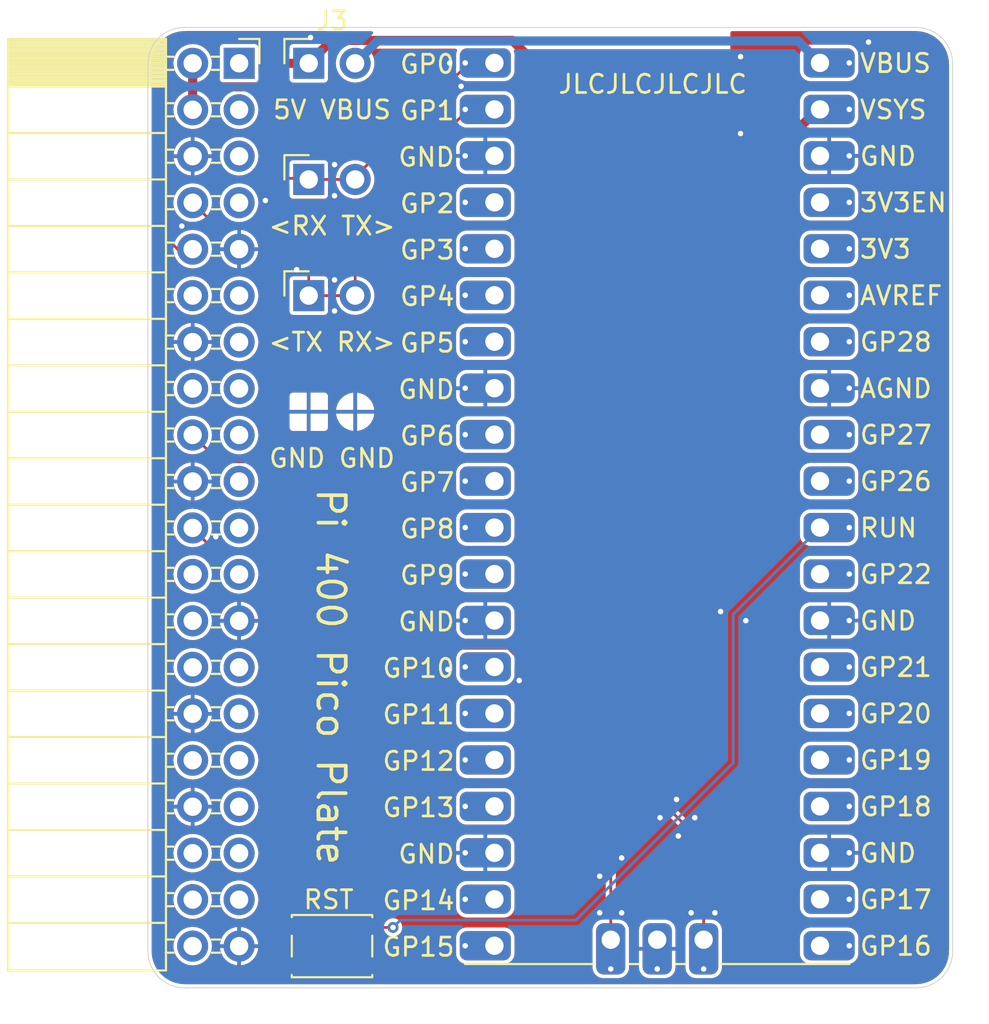
<source format=kicad_pcb>
(kicad_pcb (version 20210228) (generator pcbnew)
  (layers (0 "F.Cu" signal) (31 "B.Cu" signal) (34 "B.Paste" user) (35 "F.Paste" user) (36 "B.SilkS" user "B.Silkscreen") (37 "F.SilkS" user "F.Silkscreen") (38 "B.Mask" user) (39 "F.Mask" user) (44 "Edge.Cuts" user))
  (net 0 "")
  (net 2 "GND")
  (net 16 "/SWCLK")
  (net 19 "/SWDIO")
  (net 26 "/PI_UART_RX")
  (net 27 "/PI_UART_TX")
  (net 30 "+5V")
  (net 33 "/PICO_UART_TX")
  (net 34 "/PICO_UART_RX")
  (net 35 "VBUS")
  (net 36 "Net-(SW1-Pad1)")
  (footprint "pi400-pico-plate:SW_SPST_PTS815" (layer "F.Cu") (at 139.065 109.22)
    (fp_text reference "SW1" hide)
    (fp_text value "PTS815")
    (fp_line (start -2.2 -0.57) (end -2.2 0.57) (layer "F.SilkS") (width 0.12))
    (fp_line (start 2.2 0.57) (end 2.2 -0.57) (layer "F.SilkS") (width 0.12))
    (fp_line (start -2.2 -1.7) (end -2.2 -1.58) (layer "F.SilkS") (width 0.12))
    (fp_line (start -2.2 1.58) (end -2.2 1.7) (layer "F.SilkS") (width 0.12))
    (fp_line (start 2.2 -1.58) (end 2.2 -1.7) (layer "F.SilkS") (width 0.12))
    (fp_line (start 2.2 -1.7) (end -2.2 -1.7) (layer "F.SilkS") (width 0.12))
    (fp_line (start 2.2 1.7) (end 2.2 1.58) (layer "F.SilkS") (width 0.12))
    (fp_line (start -2.2 1.7) (end 2.2 1.7) (layer "F.SilkS") (width 0.12))
    (pad "" smd rect (at -2.075 -1.075) (size 1.05 0.65) (layers "F.Cu" "F.Paste" "F.Mask"))
    (pad "1" smd rect (at 2.075 -1.075) (size 1.05 0.65) (layers "F.Cu" "F.Paste" "F.Mask") (net 36 "Net-(SW1-Pad1)"))
    (pad "2" smd rect (at 2.075 1.075) (size 1.05 0.65) (layers "F.Cu" "F.Paste" "F.Mask") (net 2 "GND"))
    (pad "~" smd rect (at -2.075 1.075) (size 1.05 0.65) (layers "F.Cu" "F.Paste" "F.Mask"))
  )
  (footprint "Connector_PinSocket_2.54mm:PinSocket_2x20_P2.54mm_Horizontal" (layer "F.Cu") (at 133.985 60.96)
    (fp_text reference "J1" hide)
    (fp_text value "2.54mm socket RA")
    (fp_line (start -1.49 43.54) (end -1.05 43.54) (layer "F.SilkS") (width 0.12))
    (fp_line (start -1.49 2.18) (end -1.05 2.18) (layer "F.SilkS") (width 0.12))
    (fp_line (start -12.63 8.89) (end -4 8.89) (layer "F.SilkS") (width 0.12))
    (fp_line (start -12.63 -0.50143) (end -4 -0.50143) (layer "F.SilkS") (width 0.12))
    (fp_line (start -1.49 33.38) (end -1.05 33.38) (layer "F.SilkS") (width 0.12))
    (fp_line (start -4 -0.36) (end -3.59 -0.36) (layer "F.SilkS") (width 0.12))
    (fp_line (start -1.49 25.76) (end -1.05 25.76) (layer "F.SilkS") (width 0.12))
    (fp_line (start -4 25.76) (end -3.59 25.76) (layer "F.SilkS") (width 0.12))
    (fp_line (start -12.63 -0.02905) (end -4 -0.02905) (layer "F.SilkS") (width 0.12))
    (fp_line (start -4 15.6) (end -3.59 15.6) (layer "F.SilkS") (width 0.12))
    (fp_line (start -4 46.08) (end -3.59 46.08) (layer "F.SilkS") (width 0.12))
    (fp_line (start -1.49 35.2) (end -1.05 35.2) (layer "F.SilkS") (width 0.12))
    (fp_line (start -1.49 12.34) (end -1.05 12.34) (layer "F.SilkS") (width 0.12))
    (fp_line (start -1.49 30.12) (end -1.05 30.12) (layer "F.SilkS") (width 0.12))
    (fp_line (start -1.49 35.92) (end -1.05 35.92) (layer "F.SilkS") (width 0.12))
    (fp_line (start -4 4.72) (end -3.59 4.72) (layer "F.SilkS") (width 0.12))
    (fp_line (start -12.63 29.21) (end -4 29.21) (layer "F.SilkS") (width 0.12))
    (fp_line (start -12.63 -1.33) (end -4 -1.33) (layer "F.SilkS") (width 0.12))
    (fp_line (start -4 35.2) (end -3.59 35.2) (layer "F.SilkS") (width 0.12))
    (fp_line (start -4 10.52) (end -3.59 10.52) (layer "F.SilkS") (width 0.12))
    (fp_line (start -4 19.96) (end -3.59 19.96) (layer "F.SilkS") (width 0.12))
    (fp_line (start -4 42.82) (end -3.59 42.82) (layer "F.SilkS") (width 0.12))
    (fp_line (start -12.63 13.97) (end -4 13.97) (layer "F.SilkS") (width 0.12))
    (fp_line (start -12.63 0.089045) (end -4 0.089045) (layer "F.SilkS") (width 0.12))
    (fp_line (start -1.49 46.08) (end -1.05 46.08) (layer "F.SilkS") (width 0.12))
    (fp_line (start -4 47.9) (end -3.59 47.9) (layer "F.SilkS") (width 0.12))
    (fp_line (start -4 43.54) (end -3.59 43.54) (layer "F.SilkS") (width 0.12))
    (fp_line (start -4 45.36) (end -3.59 45.36) (layer "F.SilkS") (width 0.12))
    (fp_line (start -1.49 30.84) (end -1.05 30.84) (layer "F.SilkS") (width 0.12))
    (fp_line (start -4 38.46) (end -3.59 38.46) (layer "F.SilkS") (width 0.12))
    (fp_line (start -4 25.04) (end -3.59 25.04) (layer "F.SilkS") (width 0.12))
    (fp_line (start -4 5.44) (end -3.59 5.44) (layer "F.SilkS") (width 0.12))
    (fp_line (start -12.63 -1.091905) (end -4 -1.091905) (layer "F.SilkS") (width 0.12))
    (fp_line (start -12.63 0.797615) (end -4 0.797615) (layer "F.SilkS") (width 0.12))
    (fp_line (start -4 30.12) (end -3.59 30.12) (layer "F.SilkS") (width 0.12))
    (fp_line (start -1.49 19.96) (end -1.05 19.96) (layer "F.SilkS") (width 0.12))
    (fp_line (start -1.49 37.74) (end -1.05 37.74) (layer "F.SilkS") (width 0.12))
    (fp_line (start -4 7.98) (end -3.59 7.98) (layer "F.SilkS") (width 0.12))
    (fp_line (start -4 30.84) (end -3.59 30.84) (layer "F.SilkS") (width 0.12))
    (fp_line (start -12.63 -0.619525) (end -4 -0.619525) (layer "F.SilkS") (width 0.12))
    (fp_line (start -1.49 9.8) (end -1.05 9.8) (layer "F.SilkS") (width 0.12))
    (fp_line (start -1.49 0.36) (end -1.11 0.36) (layer "F.SilkS") (width 0.12))
    (fp_line (start -12.63 39.37) (end -4 39.37) (layer "F.SilkS") (width 0.12))
    (fp_line (start -4 2.18) (end -3.59 2.18) (layer "F.SilkS") (width 0.12))
    (fp_line (start -12.63 -1.21) (end -4 -1.21) (layer "F.SilkS") (width 0.12))
    (fp_line (start -1.49 42.82) (end -1.05 42.82) (layer "F.SilkS") (width 0.12))
    (fp_line (start -1.49 15.6) (end -1.05 15.6) (layer "F.SilkS") (width 0.12))
    (fp_line (start -4 -1.33) (end -4 49.59) (layer "F.SilkS") (width 0.12))
    (fp_line (start -12.63 1.1519) (end -4 1.1519) (layer "F.SilkS") (width 0.12))
    (fp_line (start -4 0.36) (end -3.59 0.36) (layer "F.SilkS") (width 0.12))
    (fp_line (start -4 28.3) (end -3.59 28.3) (layer "F.SilkS") (width 0.12))
    (fp_line (start -1.49 20.68) (end -1.05 20.68) (layer "F.SilkS") (width 0.12))
    (fp_line (start -12.63 0.44333) (end -4 0.44333) (layer "F.SilkS") (width 0.12))
    (fp_line (start -4 35.92) (end -3.59 35.92) (layer "F.SilkS") (width 0.12))
    (fp_line (start -12.63 1.27) (end -4 1.27) (layer "F.SilkS") (width 0.12))
    (fp_line (start -1.49 47.9) (end -1.05 47.9) (layer "F.SilkS") (width 0.12))
    (fp_line (start -4 9.8) (end -3.59 9.8) (layer "F.SilkS") (width 0.12))
    (fp_line (start -1.49 40.28) (end -1.05 40.28) (layer "F.SilkS") (width 0.12))
    (fp_line (start -1.49 2.9) (end -1.05 2.9) (layer "F.SilkS") (width 0.12))
    (fp_line (start -4 13.06) (end -3.59 13.06) (layer "F.SilkS") (width 0.12))
    (fp_line (start -12.63 1.033805) (end -4 1.033805) (layer "F.SilkS") (width 0.12))
    (fp_line (start -4 32.66) (end -3.59 32.66) (layer "F.SilkS") (width 0.12))
    (fp_line (start -12.63 41.91) (end -4 41.91) (layer "F.SilkS") (width 0.12))
    (fp_line (start -12.63 49.59) (end -4 49.59) (layer "F.SilkS") (width 0.12))
    (fp_line (start -1.49 13.06) (end -1.05 13.06) (layer "F.SilkS") (width 0.12))
    (fp_line (start -12.63 -0.383335) (end -4 -0.383335) (layer "F.SilkS") (width 0.12))
    (fp_line (start -4 7.26) (end -3.59 7.26) (layer "F.SilkS") (width 0.12))
    (fp_line (start -12.63 -1.33) (end -12.63 49.59) (layer "F.SilkS") (width 0.12))
    (fp_line (start -1.49 7.26) (end -1.05 7.26) (layer "F.SilkS") (width 0.12))
    (fp_line (start -4 22.5) (end -3.59 22.5) (layer "F.SilkS") (width 0.12))
    (fp_line (start -1.49 25.04) (end -1.05 25.04) (layer "F.SilkS") (width 0.12))
    (fp_line (start -4 40.28) (end -3.59 40.28) (layer "F.SilkS") (width 0.12))
    (fp_line (start -1.49 32.66) (end -1.05 32.66) (layer "F.SilkS") (width 0.12))
    (fp_line (start -12.63 -0.73762) (end -4 -0.73762) (layer "F.SilkS") (width 0.12))
    (fp_line (start -12.63 19.05) (end -4 19.05) (layer "F.SilkS") (width 0.12))
    (fp_line (start -12.63 3.81) (end -4 3.81) (layer "F.SilkS") (width 0.12))
    (fp_line (start -1.49 45.36) (end -1.05 45.36) (layer "F.SilkS") (width 0.12))
    (fp_line (start -12.63 44.45) (end -4 44.45) (layer "F.SilkS") (width 0.12))
    (fp_line (start -12.63 6.35) (end -4 6.35) (layer "F.SilkS") (width 0.12))
    (fp_line (start -1.49 23.22) (end -1.05 23.22) (layer "F.SilkS") (width 0.12))
    (fp_line (start -4 2.9) (end -3.59 2.9) (layer "F.SilkS") (width 0.12))
    (fp_line (start -12.63 -0.97381) (end -4 -0.97381) (layer "F.SilkS") (width 0.12))
    (fp_line (start -1.49 27.58) (end -1.05 27.58) (layer "F.SilkS") (width 0.12))
    (fp_line (start -1.49 41) (end -1.05 41) (layer "F.SilkS") (width 0.12))
    (fp_line (start -4 37.74) (end -3.59 37.74) (layer "F.SilkS") (width 0.12))
    (fp_line (start -1.49 18.14) (end -1.05 18.14) (layer "F.SilkS") (width 0.12))
    (fp_line (start -12.63 26.67) (end -4 26.67) (layer "F.SilkS") (width 0.12))
    (fp_line (start -12.63 0.67952) (end -4 0.67952) (layer "F.SilkS") (width 0.12))
    (fp_line (start -12.63 34.29) (end -4 34.29) (layer "F.SilkS") (width 0.12))
    (fp_line (start -12.63 -0.26524) (end -4 -0.26524) (layer "F.SilkS") (width 0.12))
    (fp_line (start -1.49 5.44) (end -1.05 5.44) (layer "F.SilkS") (width 0.12))
    (fp_line (start -4 17.42) (end -3.59 17.42) (layer "F.SilkS") (width 0.12))
    (fp_line (start -1.49 14.88) (end -1.05 14.88) (layer "F.SilkS") (width 0.12))
    (fp_line (start -12.63 31.75) (end -4 31.75) (layer "F.SilkS") (width 0.12))
    (fp_line (start -12.63 11.43) (end -4 11.43) (layer "F.SilkS") (width 0.12))
    (fp_line (start -12.63 21.59) (end -4 21.59) (layer "F.SilkS") (width 0.12))
    (fp_line (start -1.49 10.52) (end -1.05 10.52) (layer "F.SilkS") (width 0.12))
    (fp_line (start -1.49 48.62) (end -1.05 48.62) (layer "F.SilkS") (width 0.12))
    (fp_line (start -4 18.14) (end -3.59 18.14) (layer "F.SilkS") (width 0.12))
    (fp_line (start -4 20.68) (end -3.59 20.68) (layer "F.SilkS") (width 0.12))
    (fp_line (start -1.49 28.3) (end -1.05 28.3) (layer "F.SilkS") (width 0.12))
    (fp_line (start -4 14.88) (end -3.59 14.88) (layer "F.SilkS") (width 0.12))
    (fp_line (start -1.49 17.42) (end -1.05 17.42) (layer "F.SilkS") (width 0.12))
    (fp_line (start -4 41) (end -3.59 41) (layer "F.SilkS") (width 0.12))
    (fp_line (start -1.49 22.5) (end -1.05 22.5) (layer "F.SilkS") (width 0.12))
    (fp_line (start -12.63 36.83) (end -4 36.83) (layer "F.SilkS") (width 0.12))
    (fp_line (start -12.63 0.91571) (end -4 0.91571) (layer "F.SilkS") (width 0.12))
    (fp_line (start -4 48.62) (end -3.59 48.62) (layer "F.SilkS") (width 0.12))
    (fp_line (start -1.49 4.72) (end -1.05 4.72) (layer "F.SilkS") (width 0.12))
    (fp_line (start -12.63 0.325235) (end -4 0.325235) (layer "F.SilkS") (width 0.12))
    (fp_line (start -4 33.38) (end -3.59 33.38) (layer "F.SilkS") (width 0.12))
    (fp_line (start -1.49 -0.36) (end -1.11 -0.36) (layer "F.SilkS") (width 0.12))
    (fp_line (start -4 27.58) (end -3.59 27.58) (layer "F.SilkS") (width 0.12))
    (fp_line (start -1.49 7.98) (end -1.05 7.98) (layer "F.SilkS") (width 0.12))
    (fp_line (start -12.63 24.13) (end -4 24.13) (layer "F.SilkS") (width 0.12))
    (fp_line (start -12.63 0.20714) (end -4 0.20714) (layer "F.SilkS") (width 0.12))
    (fp_line (start -4 23.22) (end -3.59 23.22) (layer "F.SilkS") (width 0.12))
    (fp_line (start -12.63 0.561425) (end -4 0.561425) (layer "F.SilkS") (width 0.12))
    (fp_line (start -12.63 16.51) (end -4 16.51) (layer "F.SilkS") (width 0.12))
    (fp_line (start -12.63 -0.855715) (end -4 -0.855715) (layer "F.SilkS") (width 0.12))
    (fp_line (start 0 -1.33) (end 1.11 -1.33) (layer "F.SilkS") (width 0.12))
    (fp_line (start -12.63 -0.147145) (end -4 -0.147145) (layer "F.SilkS") (width 0.12))
    (fp_line (start -1.49 38.46) (end -1.05 38.46) (layer "F.SilkS") (width 0.12))
    (fp_line (start 1.11 -1.33) (end 1.11 0) (layer "F.SilkS") (width 0.12))
    (fp_line (start -4 12.34) (end -3.59 12.34) (layer "F.SilkS") (width 0.12))
    (fp_line (start -12.63 46.99) (end -4 46.99) (layer "F.SilkS") (width 0.12))
    (pad "1" thru_hole rect (at 0 0) (size 1.7 1.7) (drill 1) (layers *.Cu *.Mask))
    (pad "2" thru_hole oval (at -2.54 0) (size 1.7 1.7) (drill 1) (layers *.Cu *.Mask) (net 30 "+5V"))
    (pad "3" thru_hole oval (at 0 2.54) (size 1.7 1.7) (drill 1) (layers *.Cu *.Mask))
    (pad "4" thru_hole oval (at -2.54 2.54) (size 1.7 1.7) (drill 1) (layers *.Cu *.Mask) (net 30 "+5V"))
    (pad "5" thru_hole oval (at 0 5.08) (size 1.7 1.7) (drill 1) (layers *.Cu *.Mask))
    (pad "6" thru_hole oval (at -2.54 5.08) (size 1.7 1.7) (drill 1) (layers *.Cu *.Mask) (net 2 "GND"))
    (pad "7" thru_hole oval (at 0 7.62) (size 1.7 1.7) (drill 1) (layers *.Cu *.Mask))
    (pad "8" thru_hole oval (at -2.54 7.62) (size 1.7 1.7) (drill 1) (layers *.Cu *.Mask) (net 27 "/PI_UART_TX"))
    (pad "9" thru_hole oval (at 0 10.16) (size 1.7 1.7) (drill 1) (layers *.Cu *.Mask) (net 2 "GND"))
    (pad "10" thru_hole oval (at -2.54 10.16) (size 1.7 1.7) (drill 1) (layers *.Cu *.Mask) (net 26 "/PI_UART_RX"))
    (pad "11" thru_hole oval (at 0 12.7) (size 1.7 1.7) (drill 1) (layers *.Cu *.Mask))
    (pad "12" thru_hole oval (at -2.54 12.7) (size 1.7 1.7) (drill 1) (layers *.Cu *.Mask))
    (pad "13" thru_hole oval (at 0 15.24) (size 1.7 1.7) (drill 1) (layers *.Cu *.Mask))
    (pad "14" thru_hole oval (at -2.54 15.24) (size 1.7 1.7) (drill 1) (layers *.Cu *.Mask) (net 2 "GND"))
    (pad "15" thru_hole oval (at 0 17.78) (size 1.7 1.7) (drill 1) (layers *.Cu *.Mask))
    (pad "16" thru_hole oval (at -2.54 17.78) (size 1.7 1.7) (drill 1) (layers *.Cu *.Mask))
    (pad "17" thru_hole oval (at 0 20.32) (size 1.7 1.7) (drill 1) (layers *.Cu *.Mask))
    (pad "18" thru_hole oval (at -2.54 20.32) (size 1.7 1.7) (drill 1) (layers *.Cu *.Mask) (net 19 "/SWDIO"))
    (pad "19" thru_hole oval (at 0 22.86) (size 1.7 1.7) (drill 1) (layers *.Cu *.Mask))
    (pad "20" thru_hole oval (at -2.54 22.86) (size 1.7 1.7) (drill 1) (layers *.Cu *.Mask) (net 2 "GND"))
    (pad "21" thru_hole oval (at 0 25.4) (size 1.7 1.7) (drill 1) (layers *.Cu *.Mask))
    (pad "22" thru_hole oval (at -2.54 25.4) (size 1.7 1.7) (drill 1) (layers *.Cu *.Mask) (net 16 "/SWCLK"))
    (pad "23" thru_hole oval (at 0 27.94) (size 1.7 1.7) (drill 1) (layers *.Cu *.Mask))
    (pad "24" thru_hole oval (at -2.54 27.94) (size 1.7 1.7) (drill 1) (layers *.Cu *.Mask))
    (pad "25" thru_hole oval (at 0 30.48) (size 1.7 1.7) (drill 1) (layers *.Cu *.Mask) (net 2 "GND"))
    (pad "26" thru_hole oval (at -2.54 30.48) (size 1.7 1.7) (drill 1) (layers *.Cu *.Mask))
    (pad "27" thru_hole oval (at 0 33.02) (size 1.7 1.7) (drill 1) (layers *.Cu *.Mask))
    (pad "28" thru_hole oval (at -2.54 33.02) (size 1.7 1.7) (drill 1) (layers *.Cu *.Mask))
    (pad "29" thru_hole oval (at 0 35.56) (size 1.7 1.7) (drill 1) (layers *.Cu *.Mask))
    (pad "30" thru_hole oval (at -2.54 35.56) (size 1.7 1.7) (drill 1) (layers *.Cu *.Mask) (net 2 "GND"))
    (pad "31" thru_hole oval (at 0 38.1) (size 1.7 1.7) (drill 1) (layers *.Cu *.Mask))
    (pad "32" thru_hole oval (at -2.54 38.1) (size 1.7 1.7) (drill 1) (layers *.Cu *.Mask))
    (pad "33" thru_hole oval (at 0 40.64) (size 1.7 1.7) (drill 1) (layers *.Cu *.Mask))
    (pad "34" thru_hole oval (at -2.54 40.64) (size 1.7 1.7) (drill 1) (layers *.Cu *.Mask) (net 2 "GND"))
    (pad "35" thru_hole oval (at 0 43.18) (size 1.7 1.7) (drill 1) (layers *.Cu *.Mask))
    (pad "36" thru_hole oval (at -2.54 43.18) (size 1.7 1.7) (drill 1) (layers *.Cu *.Mask))
    (pad "37" thru_hole oval (at 0 45.72) (size 1.7 1.7) (drill 1) (layers *.Cu *.Mask))
    (pad "38" thru_hole oval (at -2.54 45.72) (size 1.7 1.7) (drill 1) (layers *.Cu *.Mask))
    (pad "39" thru_hole oval (at 0 48.26) (size 1.7 1.7) (drill 1) (layers *.Cu *.Mask) (net 2 "GND"))
    (pad "40" thru_hole oval (at -2.54 48.26) (size 1.7 1.7) (drill 1) (layers *.Cu *.Mask))
  )
  (footprint "pi400-pico-plate:Pico" (layer "F.Cu") (at 156.845 109.2)
    (fp_text reference "U1" hide)
    (fp_text value "Pico")
    (fp_line (start 1 1) (end 1.5 1) (layer "F.SilkS") (width 0.12))
    (fp_line (start 3.5 1) (end 10.5 1) (layer "F.SilkS") (width 0.12))
    (fp_line (start -1.5 1) (end -1 1) (layer "F.SilkS") (width 0.12))
    (fp_line (start -10.5 1) (end -3.5 1) (layer "F.SilkS") (width 0.12))
    (pad "1" thru_hole circle (at -10.5 -48.26) (size 0.6 0.6) (drill 0.3) (layers *.Cu *.Mask) (net 33 "/PICO_UART_TX"))
    (pad "1" thru_hole roundrect (at -8.9 -48.26) (size 2.8 1.6) (drill 1 (offset -0.5 0)) (layers *.Cu *.Mask) (net 33 "/PICO_UART_TX"))
    (pad "2" thru_hole circle (at -10.5 -45.72) (size 0.6 0.6) (drill 0.3) (layers *.Cu *.Mask) (net 34 "/PICO_UART_RX"))
    (pad "2" thru_hole roundrect (at -8.9 -45.72) (size 2.8 1.6) (drill 1 (offset -0.5 0)) (layers *.Cu *.Mask) (net 34 "/PICO_UART_RX"))
    (pad "3" thru_hole circle (at -10.5 -43.18) (size 0.6 0.6) (drill 0.3) (layers *.Cu *.Mask) (net 2 "GND"))
    (pad "3" thru_hole roundrect (at -8.9 -43.18) (size 2.8 1.6) (drill 1 (offset -0.5 0)) (layers *.Cu *.Mask) (net 2 "GND"))
    (pad "4" thru_hole circle (at -10.5 -40.64) (size 0.6 0.6) (drill 0.3) (layers *.Cu *.Mask))
    (pad "4" thru_hole roundrect (at -8.9 -40.64) (size 2.8 1.6) (drill 1 (offset -0.5 0)) (layers *.Cu *.Mask))
    (pad "5" thru_hole circle (at -10.5 -38.1) (size 0.6 0.6) (drill 0.3) (layers *.Cu *.Mask))
    (pad "5" thru_hole roundrect (at -8.9 -38.1) (size 2.8 1.6) (drill 1 (offset -0.5 0)) (layers *.Cu *.Mask))
    (pad "6" thru_hole roundrect (at -8.9 -35.56) (size 2.8 1.6) (drill 1 (offset -0.5 0)) (layers *.Cu *.Mask))
    (pad "6" thru_hole circle (at -10.5 -35.56) (size 0.6 0.6) (drill 0.3) (layers *.Cu *.Mask))
    (pad "7" thru_hole circle (at -10.5 -33.02) (size 0.6 0.6) (drill 0.3) (layers *.Cu *.Mask))
    (pad "7" thru_hole roundrect (at -8.9 -33.02) (size 2.8 1.6) (drill 1 (offset -0.5 0)) (layers *.Cu *.Mask))
    (pad "8" thru_hole circle (at -10.5 -30.48) (size 0.6 0.6) (drill 0.3) (layers *.Cu *.Mask) (net 2 "GND"))
    (pad "8" thru_hole roundrect (at -8.9 -30.48) (size 2.8 1.6) (drill 1 (offset -0.5 0)) (layers *.Cu *.Mask) (net 2 "GND"))
    (pad "9" thru_hole roundrect (at -8.9 -27.94) (size 2.8 1.6) (drill 1 (offset -0.5 0)) (layers *.Cu *.Mask))
    (pad "9" thru_hole circle (at -10.5 -27.94) (size 0.6 0.6) (drill 0.3) (layers *.Cu *.Mask))
    (pad "10" thru_hole roundrect (at -8.9 -25.4) (size 2.8 1.6) (drill 1 (offset -0.5 0)) (layers *.Cu *.Mask))
    (pad "10" thru_hole circle (at -10.5 -25.4) (size 0.6 0.6) (drill 0.3) (layers *.Cu *.Mask))
    (pad "11" thru_hole circle (at -10.5 -22.86) (size 0.6 0.6) (drill 0.3) (layers *.Cu *.Mask))
    (pad "11" thru_hole roundrect (at -8.9 -22.86) (size 2.8 1.6) (drill 1 (offset -0.5 0)) (layers *.Cu *.Mask))
    (pad "12" thru_hole circle (at -10.5 -20.32) (size 0.6 0.6) (drill 0.3) (layers *.Cu *.Mask))
    (pad "12" thru_hole roundrect (at -8.9 -20.32) (size 2.8 1.6) (drill 1 (offset -0.5 0)) (layers *.Cu *.Mask))
    (pad "13" thru_hole roundrect (at -8.9 -17.78) (size 2.8 1.6) (drill 1 (offset -0.5 0)) (layers *.Cu *.Mask) (net 2 "GND"))
    (pad "13" thru_hole circle (at -10.5 -17.78) (size 0.6 0.6) (drill 0.3) (layers *.Cu *.Mask) (net 2 "GND"))
    (pad "14" thru_hole roundrect (at -8.9 -15.24) (size 2.8 1.6) (drill 1 (offset -0.5 0)) (layers *.Cu *.Mask))
    (pad "14" thru_hole circle (at -10.5 -15.24) (size 0.6 0.6) (drill 0.3) (layers *.Cu *.Mask))
    (pad "15" thru_hole roundrect (at -8.9 -12.7) (size 2.8 1.6) (drill 1 (offset -0.5 0)) (layers *.Cu *.Mask))
    (pad "15" thru_hole circle (at -10.5 -12.7) (size 0.6 0.6) (drill 0.3) (layers *.Cu *.Mask))
    (pad "16" thru_hole roundrect (at -8.9 -10.16) (size 2.8 1.6) (drill 1 (offset -0.5 0)) (layers *.Cu *.Mask))
    (pad "16" thru_hole circle (at -10.5 -10.16) (size 0.6 0.6) (drill 0.3) (layers *.Cu *.Mask))
    (pad "17" thru_hole circle (at -10.5 -7.62) (size 0.6 0.6) (drill 0.3) (layers *.Cu *.Mask))
    (pad "17" thru_hole roundrect (at -8.9 -7.62) (size 2.8 1.6) (drill 1 (offset -0.5 0)) (layers *.Cu *.Mask))
    (pad "18" thru_hole roundrect (at -8.9 -5.08) (size 2.8 1.6) (drill 1 (offset -0.5 0)) (layers *.Cu *.Mask) (net 2 "GND"))
    (pad "18" thru_hole circle (at -10.5 -5.08) (size 0.6 0.6) (drill 0.3) (layers *.Cu *.Mask) (net 2 "GND"))
    (pad "19" thru_hole circle (at -10.5 -2.54) (size 0.6 0.6) (drill 0.3) (layers *.Cu *.Mask))
    (pad "19" thru_hole roundrect (at -8.9 -2.54) (size 2.8 1.6) (drill 1 (offset -0.5 0)) (layers *.Cu *.Mask))
    (pad "20" thru_hole circle (at -10.5 0) (size 0.6 0.6) (drill 0.3) (layers *.Cu *.Mask))
    (pad "20" thru_hole roundrect (at -8.9 0) (size 2.8 1.6) (drill 1 (offset -0.5 0)) (layers *.Cu *.Mask))
    (pad "21" thru_hole circle (at 10.5 0) (size 0.6 0.6) (drill 0.3) (layers *.Cu *.Mask))
    (pad "21" thru_hole roundrect (at 8.9 0) (size 2.8 1.6) (drill 1 (offset 0.5 0)) (layers *.Cu *.Mask))
    (pad "22" thru_hole circle (at 10.5 -2.54) (size 0.6 0.6) (drill 0.3) (layers *.Cu *.Mask))
    (pad "22" thru_hole roundrect (at 8.9 -2.54) (size 2.8 1.6) (drill 1 (offset 0.5 0)) (layers *.Cu *.Mask))
    (pad "23" thru_hole circle (at 10.5 -5.08) (size 0.6 0.6) (drill 0.3) (layers *.Cu *.Mask) (net 2 "GND"))
    (pad "23" thru_hole roundrect (at 8.9 -5.08) (size 2.8 1.6) (drill 1 (offset 0.5 0)) (layers *.Cu *.Mask) (net 2 "GND"))
    (pad "24" thru_hole circle (at 10.5 -7.62) (size 0.6 0.6) (drill 0.3) (layers *.Cu *.Mask))
    (pad "24" thru_hole roundrect (at 8.9 -7.62) (size 2.8 1.6) (drill 1 (offset 0.5 0)) (layers *.Cu *.Mask))
    (pad "25" thru_hole roundrect (at 8.9 -10.16) (size 2.8 1.6) (drill 1 (offset 0.5 0)) (layers *.Cu *.Mask))
    (pad "25" thru_hole circle (at 10.5 -10.16) (size 0.6 0.6) (drill 0.3) (layers *.Cu *.Mask))
    (pad "26" thru_hole roundrect (at 8.9 -12.7) (size 2.8 1.6) (drill 1 (offset 0.5 0)) (layers *.Cu *.Mask))
    (pad "26" thru_hole circle (at 10.5 -12.7) (size 0.6 0.6) (drill 0.3) (layers *.Cu *.Mask))
    (pad "27" thru_hole circle (at 10.5 -15.24) (size 0.6 0.6) (drill 0.3) (layers *.Cu *.Mask))
    (pad "27" thru_hole roundrect (at 8.9 -15.24) (size 2.8 1.6) (drill 1 (offset 0.5 0)) (layers *.Cu *.Mask))
    (pad "28" thru_hole circle (at 10.5 -17.78) (size 0.6 0.6) (drill 0.3) (layers *.Cu *.Mask) (net 2 "GND"))
    (pad "28" thru_hole roundrect (at 8.9 -17.78) (size 2.8 1.6) (drill 1 (offset 0.5 0)) (layers *.Cu *.Mask) (net 2 "GND"))
    (pad "29" thru_hole roundrect (at 8.9 -20.32) (size 2.8 1.6) (drill 1 (offset 0.5 0)) (layers *.Cu *.Mask))
    (pad "29" thru_hole circle (at 10.5 -20.32) (size 0.6 0.6) (drill 0.3) (layers *.Cu *.Mask))
    (pad "30" thru_hole circle (at 10.5 -22.86) (size 0.6 0.6) (drill 0.3) (layers *.Cu *.Mask) (net 36 "Net-(SW1-Pad1)"))
    (pad "30" thru_hole roundrect (at 8.9 -22.86) (size 2.8 1.6) (drill 1 (offset 0.5 0)) (layers *.Cu *.Mask) (net 36 "Net-(SW1-Pad1)"))
    (pad "31" thru_hole roundrect (at 8.9 -25.4) (size 2.8 1.6) (drill 1 (offset 0.5 0)) (layers *.Cu *.Mask))
    (pad "31" thru_hole circle (at 10.5 -25.4) (size 0.6 0.6) (drill 0.3) (layers *.Cu *.Mask))
    (pad "32" thru_hole roundrect (at 8.9 -27.94) (size 2.8 1.6) (drill 1 (offset 0.5 0)) (layers *.Cu *.Mask))
    (pad "32" thru_hole circle (at 10.5 -27.94) (size 0.6 0.6) (drill 0.3) (layers *.Cu *.Mask))
    (pad "33" thru_hole roundrect (at 8.9 -30.48) (size 2.8 1.6) (drill 1 (offset 0.5 0)) (layers *.Cu *.Mask) (net 2 "GND"))
    (pad "33" thru_hole circle (at 10.5 -30.48) (size 0.6 0.6) (drill 0.3) (layers *.Cu *.Mask) (net 2 "GND"))
    (pad "34" thru_hole roundrect (at 8.9 -33.02) (size 2.8 1.6) (drill 1 (offset 0.5 0)) (layers *.Cu *.Mask))
    (pad "34" thru_hole circle (at 10.5 -33.02) (size 0.6 0.6) (drill 0.3) (layers *.Cu *.Mask))
    (pad "35" thru_hole roundrect (at 8.9 -35.56) (size 2.8 1.6) (drill 1 (offset 0.5 0)) (layers *.Cu *.Mask))
    (pad "35" thru_hole circle (at 10.5 -35.56) (size 0.6 0.6) (drill 0.3) (layers *.Cu *.Mask))
    (pad "36" thru_hole roundrect (at 8.9 -38.1) (size 2.8 1.6) (drill 1 (offset 0.5 0)) (layers *.Cu *.Mask))
    (pad "36" thru_hole circle (at 10.5 -38.1) (size 0.6 0.6) (drill 0.3) (layers *.Cu *.Mask))
    (pad "37" thru_hole roundrect (at 8.9 -40.64) (size 2.8 1.6) (drill 1 (offset 0.5 0)) (layers *.Cu *.Mask))
    (pad "37" thru_hole circle (at 10.5 -40.64) (size 0.6 0.6) (drill 0.3) (layers *.Cu *.Mask))
    (pad "38" thru_hole roundrect (at 8.9 -43.18) (size 2.8 1.6) (drill 1 (offset 0.5 0)) (layers *.Cu *.Mask) (net 2 "GND"))
    (pad "38" thru_hole circle (at 10.5 -43.18) (size 0.6 0.6) (drill 0.3) (layers *.Cu *.Mask) (net 2 "GND"))
    (pad "39" thru_hole circle (at 10.5 -45.72) (size 0.6 0.6) (drill 0.3) (layers *.Cu *.Mask) (net 30 "+5V"))
    (pad "39" thru_hole roundrect (at 8.9 -45.72) (size 2.8 1.6) (drill 1 (offset 0.5 0)) (layers *.Cu *.Mask) (net 30 "+5V"))
    (pad "40" thru_hole circle (at 10.5 -48.26) (size 0.6 0.6) (drill 0.3) (layers *.Cu *.Mask) (net 35 "VBUS"))
    (pad "40" thru_hole roundrect (at 8.9 -48.26) (size 2.8 1.6) (drill 1 (offset 0.5 0)) (layers *.Cu *.Mask) (net 35 "VBUS"))
    (pad "D1" thru_hole roundrect (at -2.54 -0.33 270) (size 2.8 1.6) (drill 1 (offset 0.5 0)) (layers *.Cu *.Mask) (net 16 "/SWCLK"))
    (pad "D1" thru_hole circle (at -2.54 1.27 270) (size 0.6 0.6) (drill 0.3) (layers *.Cu *.Mask) (net 16 "/SWCLK"))
    (pad "D2" thru_hole roundrect (at 0 -0.33 270) (size 2.8 1.6) (drill 1 (offset 0.5 0)) (layers *.Cu *.Mask) (net 2 "GND"))
    (pad "D2" thru_hole circle (at 0 1.27 270) (size 0.6 0.6) (drill 0.3) (layers *.Cu *.Mask) (net 2 "GND"))
    (pad "D3" thru_hole circle (at 2.54 1.27 270) (size 0.6 0.6) (drill 0.3) (layers *.Cu *.Mask) (net 19 "/SWDIO"))
    (pad "D3" thru_hole roundrect (at 2.54 -0.33 270) (size 2.8 1.6) (drill 1 (offset 0.5 0)) (layers *.Cu *.Mask) (net 19 "/SWDIO"))
    (zone (net 0) (net_name "") (layer "F.Cu") (connect_pads (clearance 0)) (min_thickness 0.254)
      (keepout (tracks not_allowed) (vias not_allowed) (pads not_allowed) (copperpour not_allowed) (footprints allowed))
      (fill (thermal_gap 0.508) (thermal_bridge_width 0.508))
      (polygon (pts (xy 155.845 73.2) (xy 153.845 73.2) (xy 153.845 71.2) (xy 155.845 71.2)))
    )
    (zone (net 0) (net_name "") (layer "F.Cu") (connect_pads (clearance 0)) (min_thickness 0.254)
      (keepout (tracks not_allowed) (vias not_allowed) (pads not_allowed) (copperpour not_allowed) (footprints allowed))
      (fill (thermal_gap 0.508) (thermal_bridge_width 0.508))
      (polygon (pts (xy 155.845 70.7) (xy 153.845 70.7) (xy 153.845 68.7) (xy 155.845 68.7)))
    )
    (zone (net 0) (net_name "") (layer "F.Cu") (connect_pads (clearance 0)) (min_thickness 0.254)
      (keepout (tracks not_allowed) (vias not_allowed) (pads not_allowed) (copperpour not_allowed) (footprints allowed))
      (fill (thermal_gap 0.508) (thermal_bridge_width 0.508))
      (polygon (pts (xy 155.845 68.2) (xy 153.845 68.2) (xy 153.845 66.2) (xy 155.845 66.2)))
    )
    (zone (net 0) (net_name "") (layer "F.Cu") (connect_pads (clearance 0)) (min_thickness 0.254)
      (keepout (tracks not_allowed) (vias not_allowed) (pads not_allowed) (copperpour not_allowed) (footprints allowed))
      (fill (thermal_gap 0.508) (thermal_bridge_width 0.508))
      (polygon (pts (xy 160.845 65.2) (xy 152.845 65.2) (xy 152.845 59.2) (xy 160.845 59.2)))
    )
  )
  (footprint "pi400-pico-plate:2.54mm- jumper-closed" (layer "F.Cu") (at 137.79 73.66)
    (fp_text reference "J4" hide)
    (fp_text value "2.54mm jumper cut-link")
    (fp_line (start 0.8 0) (end 1.725 0) (layer "F.Cu") (width 0.15))
    (fp_line (start -1.33 0) (end -1.33 -1.33) (layer "F.SilkS") (width 0.12))
    (fp_line (start -1.33 -1.33) (end 0 -1.33) (layer "F.SilkS") (width 0.12))
    (pad "1" thru_hole rect (at 0 0) (size 1.7 1.7) (drill 1) (layers *.Cu *.Mask) (net 27 "/PI_UART_TX"))
    (pad "2" thru_hole oval (at 2.54 0) (size 1.7 1.7) (drill 1) (layers *.Cu *.Mask) (net 34 "/PICO_UART_RX"))
  )
  (footprint "pi400-pico-plate:2.54mm- jumper-closed" (layer "F.Cu") (at 137.79 67.31)
    (fp_text reference "J2" hide)
    (fp_text value "2.54mm jumper cut-link")
    (fp_line (start 0.8 0) (end 1.725 0) (layer "F.Cu") (width 0.15))
    (fp_line (start -1.33 0) (end -1.33 -1.33) (layer "F.SilkS") (width 0.12))
    (fp_line (start -1.33 -1.33) (end 0 -1.33) (layer "F.SilkS") (width 0.12))
    (pad "1" thru_hole rect (at 0 0) (size 1.7 1.7) (drill 1) (layers *.Cu *.Mask) (net 26 "/PI_UART_RX"))
    (pad "2" thru_hole oval (at 2.54 0) (size 1.7 1.7) (drill 1) (layers *.Cu *.Mask) (net 33 "/PICO_UART_TX"))
  )
  (footprint "pi400-pico-plate:PinHeader_2x01_P2.54mm_Vertical" (layer "F.Cu") (at 137.79 60.96)
    (fp_text reference "J3" (at 1.27 -2.33) (layer "F.SilkS"))
    (fp_text value "2.54mm header")
    (fp_line (start -1.33 0) (end -1.33 -1.33) (layer "F.SilkS") (width 0.12))
    (fp_line (start -1.33 -1.33) (end 0 -1.33) (layer "F.SilkS") (width 0.12))
    (pad "1" thru_hole rect (at 0 0) (size 1.7 1.7) (drill 1) (layers *.Cu *.Mask) (net 30 "+5V"))
    (pad "2" thru_hole oval (at 2.54 0) (size 1.7 1.7) (drill 1) (layers *.Cu *.Mask) (net 35 "VBUS"))
  )
  (gr_arc (start 131 61) (end 131 59) (angle -90) (layer "Edge.Cuts") (width 0.05))
  (gr_line (start 129 109.5) (end 129 61) (layer "Edge.Cuts") (width 0.05))
  (gr_line (start 173 61) (end 173 109.5) (layer "Edge.Cuts") (width 0.05))
  (gr_arc (start 131 109.5) (end 129 109.5) (angle -90) (layer "Edge.Cuts") (width 0.05))
  (gr_line (start 171 111.5) (end 131 111.5) (layer "Edge.Cuts") (width 0.05))
  (gr_arc (start 171 61) (end 173 61) (angle -90) (layer "Edge.Cuts") (width 0.05))
  (gr_arc (start 171 109.5) (end 171 111.5) (angle -90) (layer "Edge.Cuts") (width 0.05))
  (gr_line (start 131 59) (end 171 59) (layer "Edge.Cuts") (width 0.05))
  (gr_text "GP12" (at 145.8468 99.1108) (layer "F.SilkS") (effects (font (size 1 1)) (justify right)))
  (gr_text "GP18" (at 167.8432 101.6) (layer "F.SilkS") (effects (font (size 1 1)) (justify left)))
  (gr_text "GP6" (at 145.8468 81.3308) (layer "F.SilkS") (effects (font (size 1 1)) (justify right)))
  (gr_text "GP0" (at 145.8468 61.0108) (layer "F.SilkS") (effects (font (size 1 1)) (justify right)))
  (gr_text "GP4" (at 145.8468 73.7108) (layer "F.SilkS") (effects (font (size 1 1)) (justify right)))
  (gr_text "<RX TX>" (at 139.065 69.85) (layer "F.SilkS") (effects (font (size 1 1))))
  (gr_text "GP9" (at 145.8468 88.9508) (layer "F.SilkS") (effects (font (size 1 1)) (justify right)))
  (gr_text "GP11" (at 145.8468 96.5708) (layer "F.SilkS") (effects (font (size 1 1)) (justify right)))
  (gr_text "GP28" (at 167.8432 76.2) (layer "F.SilkS") (effects (font (size 1 1)) (justify left)))
  (gr_text "GP1" (at 145.8468 63.5508) (layer "F.SilkS") (effects (font (size 1 1)) (justify right)))
  (gr_text "3V3" (at 167.8432 71.12) (layer "F.SilkS") (effects (font (size 1 1)) (justify left)))
  (gr_text "GP13" (at 145.8468 101.6508) (layer "F.SilkS") (effects (font (size 1 1)) (justify right)))
  (gr_text "RUN" (at 167.8432 86.36) (layer "F.SilkS") (effects (font (size 1 1)) (justify left)))
  (gr_text "VSYS" (at 167.8432 63.5) (layer "F.SilkS") (effects (font (size 1 1)) (justify left)))
  (gr_text "GND" (at 145.8468 104.1908) (layer "F.SilkS") (effects (font (size 1 1)) (justify right)))
  (gr_text "GP7" (at 145.8468 83.8708) (layer "F.SilkS") (effects (font (size 1 1)) (justify right)))
  (gr_text "RST" (at 140.335 106.68) (layer "F.SilkS") (effects (font (size 1 1)) (justify right)))
  (gr_text "AGND" (at 167.8432 78.74) (layer "F.SilkS") (effects (font (size 1 1)) (justify left)))
  (gr_text "3V3EN" (at 167.8432 68.58) (layer "F.SilkS") (effects (font (size 1 1)) (justify left)))
  (gr_text "GP20" (at 167.8432 96.52) (layer "F.SilkS") (effects (font (size 1 1)) (justify left)))
  (gr_text "GP3" (at 145.8468 71.1708) (layer "F.SilkS") (effects (font (size 1 1)) (justify right)))
  (gr_text "GP21" (at 167.8432 93.98) (layer "F.SilkS") (effects (font (size 1 1)) (justify left)))
  (gr_text "GP22" (at 167.8432 88.9) (layer "F.SilkS") (effects (font (size 1 1)) (justify left)))
  (gr_text "GP17" (at 167.8432 106.68) (layer "F.SilkS") (effects (font (size 1 1)) (justify left)))
  (gr_text "GND" (at 145.8468 91.4908) (layer "F.SilkS") (effects (font (size 1 1)) (justify right)))
  (gr_text "GND" (at 167.8432 104.14) (layer "F.SilkS") (effects (font (size 1 1)) (justify left)))
  (gr_text "GP10" (at 145.8468 94.0308) (layer "F.SilkS") (effects (font (size 1 1)) (justify right)))
  (gr_text "GP16" (at 167.8432 109.22) (layer "F.SilkS") (effects (font (size 1 1)) (justify left)))
  (gr_text "<TX RX>" (at 139.065 76.2) (layer "F.SilkS") (effects (font (size 1 1))))
  (gr_text "GP2" (at 145.8468 68.6308) (layer "F.SilkS") (effects (font (size 1 1)) (justify right)))
  (gr_text "GND" (at 167.8432 66.04) (layer "F.SilkS") (effects (font (size 1 1)) (justify left)))
  (gr_text "GP19" (at 167.8432 99.06) (layer "F.SilkS") (effects (font (size 1 1)) (justify left)))
  (gr_text "GP5" (at 145.8468 76.2508) (layer "F.SilkS") (effects (font (size 1 1)) (justify right)))
  (gr_text "GP8" (at 145.8468 86.4108) (layer "F.SilkS") (effects (font (size 1 1)) (justify right)))
  (gr_text "5V VBUS" (at 139.065 63.5) (layer "F.SilkS") (effects (font (size 1 1))))
  (gr_text "VBUS" (at 167.8432 60.96) (layer "F.SilkS") (effects (font (size 1 1)) (justify left)))
  (gr_text "JLCJLCJLCJLC" (at 156.6 62.1) (layer "F.SilkS") (effects (font (size 1 1))))
  (gr_text "GND" (at 145.8468 78.7908) (layer "F.SilkS") (effects (font (size 1 1)) (justify right)))
  (gr_text "GND GND" (at 139.065 82.55) (layer "F.SilkS") (effects (font (size 1 1))))
  (gr_text "GP26" (at 167.8432 83.82) (layer "F.SilkS") (effects (font (size 1 1)) (justify left)))
  (gr_text "GP15" (at 145.8468 109.2708) (layer "F.SilkS") (effects (font (size 1 1)) (justify right)))
  (gr_text "GND" (at 145.8468 66.0908) (layer "F.SilkS") (effects (font (size 1 1)) (justify right)))
  (gr_text "Pi 400 Pico Plate" (at 139 94.5 270) (layer "F.SilkS") (effects (font (size 1.5 1.5) (thickness 0.2))))
  (gr_text "AVREF" (at 167.8432 73.66) (layer "F.SilkS") (effects (font (size 1 1)) (justify left)))
  (gr_text "GND" (at 167.8432 91.44) (layer "F.SilkS") (effects (font (size 1 1)) (justify left)))
  (gr_text "GP27" (at 167.8432 81.28) (layer "F.SilkS") (effects (font (size 1 1)) (justify left)))
  (gr_text "GP14" (at 145.8468 106.7308) (layer "F.SilkS") (effects (font (size 1 1)) (justify right)))
  (via (at 145.5 60.95) (size 0.6) (drill 0.3) (layers "F.Cu" "B.Cu") (net 2))
  (via (at 160 107.4) (size 0.6) (drill 0.3) (layers "F.Cu" "B.Cu") (net 2))
  (via (at 135.42 68.46) (size 0.6) (drill 0.3) (layers "F.Cu" "B.Cu") (net 2))
  (via (at 158 103.2) (size 0.6) (drill 0.3) (layers "F.Cu" "B.Cu") (net 2))
  (via (at 153.7 107.4) (size 0.6) (drill 0.3) (layers "F.Cu" "B.Cu") (net 2))
  (via (at 160.31 90.93) (size 0.6) (drill 0.3) (layers "F.Cu" "B.Cu") (net 2))
  (via (at 146.12 62.22) (size 0.6) (drill 0.3) (layers "F.Cu" "B.Cu") (net 2))
  (via (at 161.4 64.8) (size 0.6) (drill 0.3) (layers "F.Cu" "B.Cu") (net 2))
  (via (at 161.69 91.43) (size 0.6) (drill 0.3) (layers "F.Cu" "B.Cu") (net 2))
  (via (at 137.13 72.24) (size 0.6) (drill 0.3) (layers "F.Cu" "B.Cu") (net 2))
  (via (at 145.4 94.1) (size 0.6) (drill 0.3) (layers "F.Cu" "B.Cu") (net 2))
  (via (at 154.9 107.4) (size 0.6) (drill 0.3) (layers "F.Cu" "B.Cu") (net 2))
  (via (at 139.2 66.5) (size 0.6) (drill 0.3) (layers "F.Cu" "B.Cu") (net 2))
  (via (at 157 102.2) (size 0.6) (drill 0.3) (layers "F.Cu" "B.Cu") (net 2))
  (via (at 139.2 68.2) (size 0.6) (drill 0.3) (layers "F.Cu" "B.Cu") (net 2))
  (via (at 158.9 102.2) (size 0.6) (drill 0.3) (layers "F.Cu" "B.Cu") (net 2))
  (via (at 161.4 60.6) (size 0.6) (drill 0.3) (layers "F.Cu" "B.Cu") (net 2))
  (via (at 157.9 101.2) (size 0.6) (drill 0.3) (layers "F.Cu" "B.Cu") (net 2))
  (via (at 137.89 59.55) (size 0.6) (drill 0.3) (layers "F.Cu" "B.Cu") (net 2))
  (via (at 149.3 94.7) (size 0.6) (drill 0.3) (layers "F.Cu" "B.Cu") (net 2))
  (via (at 139.2 74.5) (size 0.6) (drill 0.3) (layers "F.Cu" "B.Cu") (net 2))
  (via (at 154.9 104.4) (size 0.6) (drill 0.3) (layers "F.Cu" "B.Cu") (net 2))
  (via (at 168.4 59.8) (size 0.6) (drill 0.3) (layers "F.Cu" "B.Cu") (net 2))
  (via (at 158.7 107.4) (size 0.6) (drill 0.3) (layers "F.Cu" "B.Cu") (net 2))
  (via (at 130.85 69.86) (size 0.6) (drill 0.3) (layers "F.Cu" "B.Cu") (net 2))
  (via (at 132.71 86.84) (size 0.6) (drill 0.3) (layers "F.Cu" "B.Cu") (net 2))
  (via (at 139.2 72.8) (size 0.6) (drill 0.3) (layers "F.Cu" "B.Cu") (net 2))
  (via (at 153.7 105.4) (size 0.6) (drill 0.3) (layers "F.Cu" "B.Cu") (net 2))
  (segment (start 134.176017 87.5) (end 132.55 87.5) (width 0.15) (layer "F.Cu") (net 16))
  (segment (start 141.926017 95.25) (end 134.176017 87.5) (width 0.15) (layer "F.Cu") (net 16))
  (segment (start 154.305 101.055) (end 148.5 95.25) (width 0.15) (layer "F.Cu") (net 16))
  (segment (start 132.55 87.5) (end 131.445 86.395) (width 0.15) (layer "F.Cu") (net 16))
  (segment (start 148.5 95.25) (end 141.926017 95.25) (width 0.15) (layer "F.Cu") (net 16))
  (segment (start 154.305 108.87) (end 154.305 101.055) (width 0.15) (layer "F.Cu") (net 16))
  (segment (start 131.445 86.395) (end 131.445 86.36) (width 0.15) (layer "F.Cu") (net 16))
  (segment (start 143.5 92) (end 144.43498 92.93498) (width 0.15) (layer "F.Cu") (net 19))
  (segment (start 144.43498 92.93498) (end 148.696928 92.93498) (width 0.15) (layer "F.Cu") (net 19))
  (segment (start 148.696928 92.93498) (end 159.385 103.623052) (width 0.15) (layer "F.Cu") (net 19))
  (segment (start 143.5 91.5) (end 143.5 92) (width 0.15) (layer "F.Cu") (net 19))
  (segment (start 132.909989 82.744989) (end 134.744989 82.744989) (width 0.15) (layer "F.Cu") (net 19))
  (segment (start 159.385 103.623052) (end 159.385 108.87) (width 0.15) (layer "F.Cu") (net 19))
  (segment (start 131.445 81.28) (end 132.909989 82.744989) (width 0.15) (layer "F.Cu") (net 19))
  (segment (start 134.744989 82.744989) (end 143.5 91.5) (width 0.15) (layer "F.Cu") (net 19))
  (segment (start 130.62 71.12) (end 131.445 71.12) (width 0.15) (layer "F.Cu") (net 26))
  (segment (start 130.25 70.75) (end 130.62 71.12) (width 0.15) (layer "F.Cu") (net 26))
  (segment (start 137.79 67.31) (end 137.73 67.25) (width 0.15) (layer "F.Cu") (net 26))
  (segment (start 130.25 68.183983) (end 130.25 70.75) (width 0.15) (layer "F.Cu") (net 26))
  (segment (start 131.183983 67.25) (end 130.25 68.183983) (width 0.15) (layer "F.Cu") (net 26))
  (segment (start 137.73 67.25) (end 131.183983 67.25) (width 0.15) (layer "F.Cu") (net 26))
  (segment (start 131.445 68.58) (end 132.615 69.75) (width 0.15) (layer "F.Cu") (net 27))
  (segment (start 137.79 71.811992) (end 137.79 73.66) (width 0.15) (layer "F.Cu") (net 27))
  (segment (start 132.615 69.75) (end 135.728008 69.75) (width 0.15) (layer "F.Cu") (net 27))
  (segment (start 135.728008 69.75) (end 137.79 71.811992) (width 0.15) (layer "F.Cu") (net 27))
  (segment (start 131.445 62.245) (end 131.445 60.96) (width 0.5) (layer "F.Cu") (net 30))
  (segment (start 165.62 63.48) (end 165.745 63.48) (width 0.5) (layer "F.Cu") (net 30))
  (segment (start 131.445 63.5) (end 131.445 62.245) (width 0.5) (layer "F.Cu") (net 30))
  (segment (start 137.79 60.96) (end 139.040011 59.709989) (width 0.5) (layer "F.Cu") (net 30))
  (segment (start 152.5 65.75) (end 153 65.75) (width 0.5) (layer "F.Cu") (net 30))
  (segment (start 152.25 63.035282) (end 152.25 65.5) (width 0.5) (layer "F.Cu") (net 30))
  (segment (start 137.79 60.96) (end 136.40502 60.96) (width 0.5) (layer "F.Cu") (net 30))
  (segment (start 163.35 65.75) (end 165.62 63.48) (width 0.5) (layer "F.Cu") (net 30))
  (segment (start 136.40502 60.96) (end 135.12002 62.245) (width 0.5) (layer "F.Cu") (net 30))
  (segment (start 139.040011 59.709989) (end 148.924707 59.709989) (width 0.5) (layer "F.Cu") (net 30))
  (segment (start 152.25 65.5) (end 152.5 65.75) (width 0.5) (layer "F.Cu") (net 30))
  (segment (start 135.12002 62.245) (end 131.445 62.245) (width 0.5) (layer "F.Cu") (net 30))
  (segment (start 152.5 65.75) (end 163.35 65.75) (width 0.5) (layer "F.Cu") (net 30))
  (segment (start 148.924707 59.709989) (end 152.25 63.035282) (width 0.5) (layer "F.Cu") (net 30))
  (segment (start 140.33 67.17) (end 140.33 67.31) (width 0.15) (layer "F.Cu") (net 33))
  (segment (start 146.56 60.94) (end 140.33 67.17) (width 0.15) (layer "F.Cu") (net 33))
  (segment (start 147.945 60.94) (end 146.56 60.94) (width 0.15) (layer "F.Cu") (net 33))
  (segment (start 140.33 69.67) (end 146.52 63.48) (width 0.15) (layer "F.Cu") (net 34))
  (segment (start 146.52 63.48) (end 147.945 63.48) (width 0.15) (layer "F.Cu") (net 34))
  (segment (start 140.33 73.66) (end 140.33 69.67) (width 0.15) (layer "F.Cu") (net 34))
  (segment (start 141.55002 59.73998) (end 164.54498 59.73998) (width 0.5) (layer "B.Cu") (net 35))
  (segment (start 140.33 60.96) (end 141.55002 59.73998) (width 0.5) (layer "B.Cu") (net 35))
  (segment (start 164.54498 59.73998) (end 165.745 60.94) (width 0.5) (layer "B.Cu") (net 35))
  (segment (start 141.195 108.2) (end 141.14 108.145) (width 0.15) (layer "F.Cu") (net 36))
  (segment (start 142.4 108.2) (end 141.195 108.2) (width 0.15) (layer "F.Cu") (net 36))
  (via (at 142.4 108.2) (size 0.6) (drill 0.3) (layers "F.Cu" "B.Cu") (net 36))
  (segment (start 161 99.2) (end 152.4 107.8) (width 0.15) (layer "B.Cu") (net 36))
  (segment (start 142.8 107.8) (end 142.4 108.2) (width 0.15) (layer "B.Cu") (net 36))
  (segment (start 152.4 107.8) (end 142.8 107.8) (width 0.15) (layer "B.Cu") (net 36))
  (segment (start 165.745 86.34) (end 161 91.085) (width 0.15) (layer "B.Cu") (net 36))
  (segment (start 161 91.085) (end 161 99.2) (width 0.15) (layer "B.Cu") (net 36))
  (zone (net 2) (net_name "GND") (layers F&B.Cu) (connect_pads (clearance 0.2)) (min_thickness 0.2) (fill yes (thermal_gap 0.2) (thermal_bridge_width 0.2))
    (polygon (pts (xy 175 113.5) (xy 127.5 113.5) (xy 127.5 57.5) (xy 175 57.5)))
  )
)
</source>
